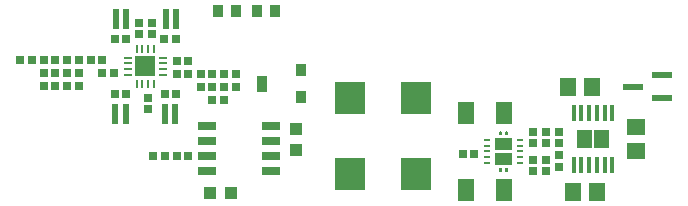
<source format=gbr>
%TF.GenerationSoftware,Altium Limited,Altium Designer,18.1.11 (251)*%
G04 Layer_Color=8421504*
%FSLAX26Y26*%
%MOIN*%
%TF.FileFunction,Paste,Top*%
%TF.Part,Single*%
G01*
G75*
%TA.AperFunction,SMDPad,CuDef*%
%ADD16R,0.053150X0.061024*%
%ADD17R,0.061024X0.053150*%
%ADD18R,0.035748X0.042480*%
%ADD19R,0.025000X0.027559*%
%ADD20R,0.035433X0.055118*%
%ADD21R,0.035433X0.043307*%
%ADD22R,0.053150X0.074803*%
%ADD23R,0.027559X0.025000*%
%ADD24R,0.070866X0.021654*%
%ADD25R,0.100394X0.109055*%
%ADD27R,0.023622X0.009842*%
%ADD28R,0.017000X0.055000*%
%ADD30R,0.022047X0.071260*%
%ADD31R,0.043307X0.043307*%
%ADD32R,0.043307X0.043307*%
%ADD33R,0.030000X0.010000*%
%ADD34R,0.010000X0.030000*%
%ADD35R,0.066142X0.066142*%
G04:AMPARAMS|DCode=36|XSize=61.024mil|YSize=23.622mil|CornerRadius=0.945mil|HoleSize=0mil|Usage=FLASHONLY|Rotation=0.000|XOffset=0mil|YOffset=0mil|HoleType=Round|Shape=RoundedRectangle|*
%AMROUNDEDRECTD36*
21,1,0.061024,0.021732,0,0,0.0*
21,1,0.059134,0.023622,0,0,0.0*
1,1,0.001890,0.029567,-0.010866*
1,1,0.001890,-0.029567,-0.010866*
1,1,0.001890,-0.029567,0.010866*
1,1,0.001890,0.029567,0.010866*
%
%ADD36ROUNDEDRECTD36*%
G36*
X1858268Y314961D02*
X1860236Y312992D01*
Y303543D01*
X1858268Y301575D01*
X1852362D01*
X1850394Y303543D01*
Y312992D01*
X1852362Y314961D01*
X1858268Y314961D01*
X1858268Y314961D01*
D02*
G37*
G36*
X1838583D02*
X1840551Y312992D01*
Y303543D01*
X1838583Y301575D01*
X1832677D01*
X1830709Y303543D01*
Y312992D01*
X1832677Y314961D01*
X1838583Y314961D01*
X1838583Y314961D01*
D02*
G37*
G36*
X2197764Y258807D02*
X2147638D01*
Y319933D01*
X2197764D01*
Y258807D01*
D02*
G37*
G36*
X2139764D02*
X2089638D01*
Y319933D01*
X2139764D01*
Y258807D01*
D02*
G37*
G36*
X1875000Y291732D02*
X1875000Y253937D01*
X1873032Y251969D01*
X1817914Y251969D01*
X1815945Y253937D01*
Y291732D01*
X1817914Y293701D01*
X1873032Y293701D01*
X1875000Y291732D01*
D02*
G37*
G36*
Y242126D02*
Y204331D01*
X1873032Y202362D01*
X1817913D01*
X1815945Y204331D01*
X1815945Y242126D01*
X1817914Y244095D01*
X1873032Y244095D01*
X1875000Y242126D01*
D02*
G37*
G36*
X1858268Y194488D02*
X1860236Y192520D01*
Y183071D01*
X1858268Y181103D01*
X1852362Y181103D01*
X1850394Y183071D01*
Y192520D01*
X1852362Y194488D01*
X1858268Y194488D01*
D02*
G37*
G36*
X1838583D02*
X1840551Y192520D01*
Y183071D01*
X1838583Y181103D01*
X1832677Y181103D01*
X1830709Y183071D01*
X1830709Y192520D01*
X1832677Y194488D01*
X1838583Y194488D01*
D02*
G37*
D16*
X2060039Y464567D02*
D03*
X2138780D02*
D03*
X2077756Y114173D02*
D03*
X2156496D02*
D03*
D17*
X2286417Y328740D02*
D03*
Y250000D02*
D03*
D18*
X954331Y717520D02*
D03*
X892126Y717520D02*
D03*
X1084252D02*
D03*
X1022047Y717520D02*
D03*
D19*
X914075Y505906D02*
D03*
X952067D02*
D03*
X835335D02*
D03*
X873327D02*
D03*
X549902Y624016D02*
D03*
X587894D02*
D03*
X717224Y438976D02*
D03*
X755216D02*
D03*
X753248Y624016D02*
D03*
X715256D02*
D03*
X587894Y438976D02*
D03*
X549902D02*
D03*
X1710040Y239173D02*
D03*
X1748032Y239173D02*
D03*
X350689Y466535D02*
D03*
X312697D02*
D03*
X312697Y509842D02*
D03*
X350689D02*
D03*
X429429Y466535D02*
D03*
X391437D02*
D03*
X234154Y553149D02*
D03*
X272146D02*
D03*
X508563Y509842D02*
D03*
X546555D02*
D03*
X391457D02*
D03*
X429449D02*
D03*
X312697Y553149D02*
D03*
X350689D02*
D03*
X470571D02*
D03*
X508563D02*
D03*
X429449D02*
D03*
X391457D02*
D03*
X715846Y232284D02*
D03*
X677854D02*
D03*
X952067Y462599D02*
D03*
X914075D02*
D03*
X873327D02*
D03*
X835335D02*
D03*
X794587Y505905D02*
D03*
X756595D02*
D03*
Y549212D02*
D03*
X794587D02*
D03*
X756595Y232284D02*
D03*
X794587D02*
D03*
X912697Y419291D02*
D03*
X874705D02*
D03*
D20*
X1039370Y473425D02*
D03*
D21*
X1169291Y428150D02*
D03*
Y518701D02*
D03*
D22*
X1845473Y120079D02*
D03*
X1719488D02*
D03*
X1719488Y375984D02*
D03*
X1845472D02*
D03*
D23*
X1943898Y181791D02*
D03*
X1943898Y219784D02*
D03*
X1987205D02*
D03*
Y181792D02*
D03*
X1943898Y314272D02*
D03*
X1943898Y276279D02*
D03*
X1987205Y314272D02*
D03*
Y276279D02*
D03*
X2030512Y276280D02*
D03*
X2030512Y314272D02*
D03*
Y197540D02*
D03*
X2030512Y235532D02*
D03*
X629921Y638484D02*
D03*
Y676476D02*
D03*
X673228Y638484D02*
D03*
Y676476D02*
D03*
X661417Y426181D02*
D03*
Y388189D02*
D03*
D24*
X2277559Y464567D02*
D03*
X2372047Y501968D02*
D03*
X2372047Y427165D02*
D03*
D25*
X1334646Y173425D02*
D03*
Y426969D02*
D03*
X1555118Y173425D02*
D03*
Y426969D02*
D03*
D27*
X1900591Y287402D02*
D03*
Y267717D02*
D03*
Y248032D02*
D03*
X1900591Y228346D02*
D03*
X1900591Y208661D02*
D03*
X1790354D02*
D03*
Y228346D02*
D03*
X1790354Y248032D02*
D03*
X1790355Y267717D02*
D03*
Y287402D02*
D03*
D28*
X2079701Y203370D02*
D03*
X2105301D02*
D03*
X2130901D02*
D03*
X2156501D02*
D03*
X2182101D02*
D03*
X2207701D02*
D03*
Y375370D02*
D03*
X2182101D02*
D03*
X2156501D02*
D03*
X2130901D02*
D03*
X2105301D02*
D03*
X2079701D02*
D03*
D30*
X719291Y688976D02*
D03*
X753150D02*
D03*
X587795D02*
D03*
X553937D02*
D03*
X551968Y374016D02*
D03*
X585827D02*
D03*
X751181D02*
D03*
X717323D02*
D03*
D31*
X1152559Y252953D02*
D03*
Y323819D02*
D03*
D32*
X866142Y109252D02*
D03*
X937008D02*
D03*
D33*
X593575Y561024D02*
D03*
Y541333D02*
D03*
Y521644D02*
D03*
Y501954D02*
D03*
X709575D02*
D03*
Y521644D02*
D03*
Y541333D02*
D03*
Y561024D02*
D03*
D34*
X622040Y473488D02*
D03*
X641730D02*
D03*
X661420D02*
D03*
X681110D02*
D03*
Y589489D02*
D03*
X661420D02*
D03*
X641730D02*
D03*
X622040D02*
D03*
D35*
X651575Y531489D02*
D03*
D36*
X857284Y333858D02*
D03*
Y283858D02*
D03*
Y233858D02*
D03*
Y183858D02*
D03*
X1069882D02*
D03*
Y233858D02*
D03*
Y283858D02*
D03*
Y333858D02*
D03*
%TF.MD5,1d40db6b12fe57741cb4ee799977e321*%
M02*

</source>
